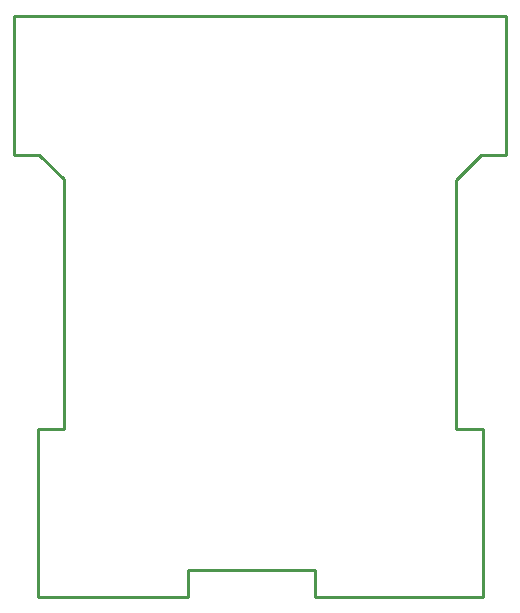
<source format=gbr>
G04 EAGLE Gerber RS-274X export*
G75*
%MOMM*%
%FSLAX34Y34*%
%LPD*%
%IN*%
%IPPOS*%
%AMOC8*
5,1,8,0,0,1.08239X$1,22.5*%
G01*
%ADD10C,0.254000*%


D10*
X-20000Y374514D02*
X1250Y374514D01*
X22500Y353754D01*
X22500Y142000D01*
X0Y142000D01*
X0Y0D01*
X127000Y0D01*
X127000Y22500D01*
X235000Y22500D01*
X235000Y0D01*
X377000Y0D01*
X377000Y142000D01*
X354500Y142000D01*
X354500Y249909D01*
X354279Y353306D01*
X375750Y374514D01*
X397000Y374514D01*
X397000Y492000D01*
X-20000Y492000D01*
X-20000Y374514D01*
M02*

</source>
